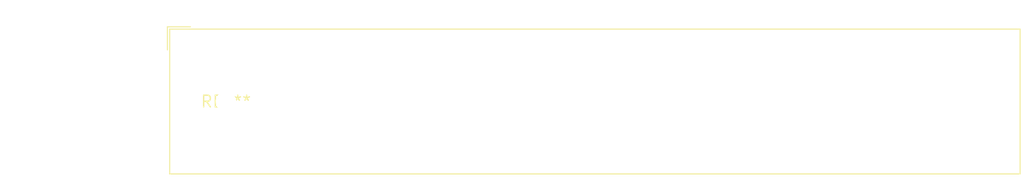
<source format=kicad_pcb>
(kicad_pcb (version 20240108) (generator pcbnew)
  (layers (0 "F.Cu" signal) (31 "B.Cu" signal) (34 "B.Paste" user) (35 "F.Paste" user) (36 "B.SilkS" user "B.Silkscreen") (37 "F.SilkS" user "F.Silkscreen") (38 "B.Mask" user) (39 "F.Mask" user) (44 "Edge.Cuts" user))
  (net 0 "")
  (footprint "TerminalBlock_Dinkle_DT-55-B01X-09_P10.00mm" (layer "F.Cu") (at 0 0)
    (property "Reference" "REF**")
    (property "Value" "TerminalBlock_Dinkle_DT-55-B01X-09_P10.00mm")
    (fp_line (start -6.35 -8.1) (end -3.85 -8.1) (layer "F.SilkS") (stroke (width 0.12)))
    (fp_line (start -6.35 -5.6) (end -6.35 -8.1) (layer "F.SilkS") (stroke (width 0.12)))
    (fp_line (start -6.1 -7.85) (end 86.1 -7.85) (layer "F.SilkS") (stroke (width 0.12)))
    (fp_line (start -6.1 7.85) (end -6.1 -7.85) (layer "F.SilkS") (stroke (width 0.12)))
    (fp_line (start -6.1 7.85) (end 86.1 7.85) (layer "F.SilkS") (stroke (width 0.12)))
    (fp_line (start 86.1 -7.85) (end 86.1 7.85) (layer "F.SilkS") (stroke (width 0.12)))
    (pad "1" thru_hole rect (at 0 0) (size 3.3 6.6) (drill 2.2) (layers *.Cu *.Mask) (remove_unused_layers))
    (pad "2" thru_hole oval (at 10 0) (size 3.3 6.6) (drill 2.2) (layers *.Cu *.Mask) (remove_unused_layers))
    (pad "3" thru_hole oval (at 20 0) (size 3.3 6.6) (drill 2.2) (layers *.Cu *.Mask) (remove_unused_layers))
    (pad "4" thru_hole oval (at 30 0) (size 3.3 6.6) (drill 2.2) (layers *.Cu *.Mask) (remove_unused_layers))
    (pad "5" thru_hole oval (at 40 0) (size 3.3 6.6) (drill 2.2) (layers *.Cu *.Mask) (remove_unused_layers))
    (pad "6" thru_hole oval (at 50 0) (size 3.3 6.6) (drill 2.2) (layers *.Cu *.Mask) (remove_unused_layers))
    (pad "7" thru_hole oval (at 60 0) (size 3.3 6.6) (drill 2.2) (layers *.Cu *.Mask) (remove_unused_layers))
    (pad "8" thru_hole oval (at 70 0) (size 3.3 6.6) (drill 2.2) (layers *.Cu *.Mask) (remove_unused_layers))
    (pad "9" thru_hole oval (at 80 0) (size 3.3 6.6) (drill 2.2) (layers *.Cu *.Mask) (remove_unused_layers))
  )
)
</source>
